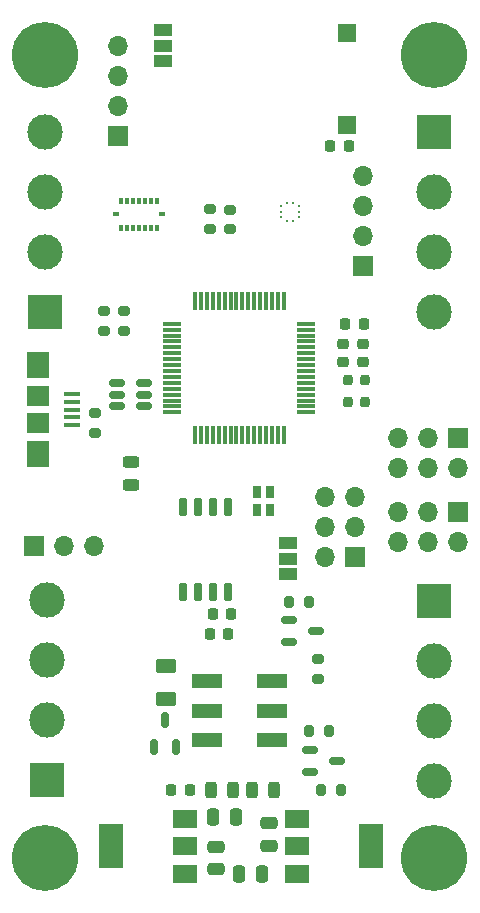
<source format=gbr>
%TF.GenerationSoftware,KiCad,Pcbnew,7.0.5*%
%TF.CreationDate,2023-08-09T18:59:09-07:00*%
%TF.ProjectId,lyra r1,6c797261-2072-4312-9e6b-696361645f70,rev?*%
%TF.SameCoordinates,Original*%
%TF.FileFunction,Soldermask,Top*%
%TF.FilePolarity,Negative*%
%FSLAX46Y46*%
G04 Gerber Fmt 4.6, Leading zero omitted, Abs format (unit mm)*
G04 Created by KiCad (PCBNEW 7.0.5) date 2023-08-09 18:59:09*
%MOMM*%
%LPD*%
G01*
G04 APERTURE LIST*
G04 Aperture macros list*
%AMRoundRect*
0 Rectangle with rounded corners*
0 $1 Rounding radius*
0 $2 $3 $4 $5 $6 $7 $8 $9 X,Y pos of 4 corners*
0 Add a 4 corners polygon primitive as box body*
4,1,4,$2,$3,$4,$5,$6,$7,$8,$9,$2,$3,0*
0 Add four circle primitives for the rounded corners*
1,1,$1+$1,$2,$3*
1,1,$1+$1,$4,$5*
1,1,$1+$1,$6,$7*
1,1,$1+$1,$8,$9*
0 Add four rect primitives between the rounded corners*
20,1,$1+$1,$2,$3,$4,$5,0*
20,1,$1+$1,$4,$5,$6,$7,0*
20,1,$1+$1,$6,$7,$8,$9,0*
20,1,$1+$1,$8,$9,$2,$3,0*%
G04 Aperture macros list end*
%ADD10RoundRect,0.200000X-0.275000X0.200000X-0.275000X-0.200000X0.275000X-0.200000X0.275000X0.200000X0*%
%ADD11C,5.600000*%
%ADD12RoundRect,0.218750X-0.218750X-0.256250X0.218750X-0.256250X0.218750X0.256250X-0.218750X0.256250X0*%
%ADD13RoundRect,0.150000X0.150000X-0.650000X0.150000X0.650000X-0.150000X0.650000X-0.150000X-0.650000X0*%
%ADD14R,1.500000X1.000000*%
%ADD15RoundRect,0.200000X0.275000X-0.200000X0.275000X0.200000X-0.275000X0.200000X-0.275000X-0.200000X0*%
%ADD16R,1.700000X1.700000*%
%ADD17O,1.700000X1.700000*%
%ADD18RoundRect,0.150000X-0.512500X-0.150000X0.512500X-0.150000X0.512500X0.150000X-0.512500X0.150000X0*%
%ADD19R,3.000000X3.000000*%
%ADD20C,3.000000*%
%ADD21RoundRect,0.250000X0.475000X-0.250000X0.475000X0.250000X-0.475000X0.250000X-0.475000X-0.250000X0*%
%ADD22RoundRect,0.075000X0.700000X0.075000X-0.700000X0.075000X-0.700000X-0.075000X0.700000X-0.075000X0*%
%ADD23RoundRect,0.075000X0.075000X0.700000X-0.075000X0.700000X-0.075000X-0.700000X0.075000X-0.700000X0*%
%ADD24RoundRect,0.225000X0.225000X0.250000X-0.225000X0.250000X-0.225000X-0.250000X0.225000X-0.250000X0*%
%ADD25R,2.000000X1.500000*%
%ADD26R,2.000000X3.800000*%
%ADD27RoundRect,0.225000X0.250000X-0.225000X0.250000X0.225000X-0.250000X0.225000X-0.250000X-0.225000X0*%
%ADD28RoundRect,0.200000X0.200000X0.275000X-0.200000X0.275000X-0.200000X-0.275000X0.200000X-0.275000X0*%
%ADD29R,2.500000X1.200000*%
%ADD30RoundRect,0.250000X-0.625000X0.375000X-0.625000X-0.375000X0.625000X-0.375000X0.625000X0.375000X0*%
%ADD31RoundRect,0.243750X-0.243750X-0.456250X0.243750X-0.456250X0.243750X0.456250X-0.243750X0.456250X0*%
%ADD32R,1.500000X1.500000*%
%ADD33R,1.400000X0.400000*%
%ADD34R,1.900000X2.300000*%
%ADD35R,1.900000X1.800000*%
%ADD36RoundRect,0.225000X-0.225000X-0.250000X0.225000X-0.250000X0.225000X0.250000X-0.225000X0.250000X0*%
%ADD37RoundRect,0.218750X0.218750X0.256250X-0.218750X0.256250X-0.218750X-0.256250X0.218750X-0.256250X0*%
%ADD38RoundRect,0.150000X0.150000X-0.512500X0.150000X0.512500X-0.150000X0.512500X-0.150000X-0.512500X0*%
%ADD39RoundRect,0.243750X0.243750X0.456250X-0.243750X0.456250X-0.243750X-0.456250X0.243750X-0.456250X0*%
%ADD40RoundRect,0.250000X-0.475000X0.250000X-0.475000X-0.250000X0.475000X-0.250000X0.475000X0.250000X0*%
%ADD41RoundRect,0.200000X0.200000X0.250000X-0.200000X0.250000X-0.200000X-0.250000X0.200000X-0.250000X0*%
%ADD42RoundRect,0.243750X0.456250X-0.243750X0.456250X0.243750X-0.456250X0.243750X-0.456250X-0.243750X0*%
%ADD43R,0.250000X0.275000*%
%ADD44R,0.275000X0.250000*%
%ADD45RoundRect,0.250000X-0.250000X-0.475000X0.250000X-0.475000X0.250000X0.475000X-0.250000X0.475000X0*%
%ADD46R,0.800000X1.000000*%
%ADD47R,0.350000X0.590000*%
%ADD48R,0.590000X0.350000*%
%ADD49RoundRect,0.250000X0.250000X0.475000X-0.250000X0.475000X-0.250000X-0.475000X0.250000X-0.475000X0*%
G04 APERTURE END LIST*
D10*
%TO.C,R16*%
X133750000Y-108425000D03*
X133750000Y-110075000D03*
%TD*%
D11*
%TO.C,H1*%
X128750000Y-86750000D03*
%TD*%
D12*
%TO.C,FB1*%
X139462500Y-149000000D03*
X141037500Y-149000000D03*
%TD*%
D13*
%TO.C,U6*%
X140462000Y-132251000D03*
X141732000Y-132251000D03*
X143002000Y-132251000D03*
X144272000Y-132251000D03*
X144272000Y-125051000D03*
X143002000Y-125051000D03*
X141732000Y-125051000D03*
X140462000Y-125051000D03*
%TD*%
D14*
%TO.C,JP1*%
X138750000Y-84650000D03*
X138750000Y-85950000D03*
X138750000Y-87250000D03*
%TD*%
D15*
%TO.C,R9*%
X151892000Y-139575000D03*
X151892000Y-137925000D03*
%TD*%
D16*
%TO.C,J6*%
X163790000Y-125460000D03*
D17*
X163790000Y-128000000D03*
X161250000Y-125460000D03*
X161250000Y-128000000D03*
X158710000Y-125460000D03*
X158710000Y-128000000D03*
%TD*%
D18*
%TO.C,Q3*%
X151225000Y-145550000D03*
X151225000Y-147450000D03*
X153500000Y-146500000D03*
%TD*%
D16*
%TO.C,J10*%
X127827800Y-128320800D03*
D17*
X130367800Y-128320800D03*
X132907800Y-128320800D03*
%TD*%
D19*
%TO.C,J12*%
X161750000Y-133010000D03*
D20*
X161750000Y-138090000D03*
X161750000Y-143170000D03*
X161750000Y-148250000D03*
%TD*%
D21*
%TO.C,C4*%
X147750000Y-153700000D03*
X147750000Y-151800000D03*
%TD*%
D22*
%TO.C,U7*%
X150925000Y-117000000D03*
X150925000Y-116500000D03*
X150925000Y-116000000D03*
X150925000Y-115500000D03*
X150925000Y-115000000D03*
X150925000Y-114500000D03*
X150925000Y-114000000D03*
X150925000Y-113500000D03*
X150925000Y-113000000D03*
X150925000Y-112500000D03*
X150925000Y-112000000D03*
X150925000Y-111500000D03*
X150925000Y-111000000D03*
X150925000Y-110500000D03*
X150925000Y-110000000D03*
X150925000Y-109500000D03*
D23*
X149000000Y-107575000D03*
X148500000Y-107575000D03*
X148000000Y-107575000D03*
X147500000Y-107575000D03*
X147000000Y-107575000D03*
X146500000Y-107575000D03*
X146000000Y-107575000D03*
X145500000Y-107575000D03*
X145000000Y-107575000D03*
X144500000Y-107575000D03*
X144000000Y-107575000D03*
X143500000Y-107575000D03*
X143000000Y-107575000D03*
X142500000Y-107575000D03*
X142000000Y-107575000D03*
X141500000Y-107575000D03*
D22*
X139575000Y-109500000D03*
X139575000Y-110000000D03*
X139575000Y-110500000D03*
X139575000Y-111000000D03*
X139575000Y-111500000D03*
X139575000Y-112000000D03*
X139575000Y-112500000D03*
X139575000Y-113000000D03*
X139575000Y-113500000D03*
X139575000Y-114000000D03*
X139575000Y-114500000D03*
X139575000Y-115000000D03*
X139575000Y-115500000D03*
X139575000Y-116000000D03*
X139575000Y-116500000D03*
X139575000Y-117000000D03*
D23*
X141500000Y-118925000D03*
X142000000Y-118925000D03*
X142500000Y-118925000D03*
X143000000Y-118925000D03*
X143500000Y-118925000D03*
X144000000Y-118925000D03*
X144500000Y-118925000D03*
X145000000Y-118925000D03*
X145500000Y-118925000D03*
X146000000Y-118925000D03*
X146500000Y-118925000D03*
X147000000Y-118925000D03*
X147500000Y-118925000D03*
X148000000Y-118925000D03*
X148500000Y-118925000D03*
X149000000Y-118925000D03*
%TD*%
D24*
%TO.C,C9*%
X144539000Y-134112000D03*
X142989000Y-134112000D03*
%TD*%
D19*
%TO.C,J11*%
X161750000Y-93250000D03*
D20*
X161750000Y-98330000D03*
X161750000Y-103410000D03*
X161750000Y-108490000D03*
%TD*%
D16*
%TO.C,J8*%
X155025000Y-129275000D03*
D17*
X152485000Y-129275000D03*
X155025000Y-126735000D03*
X152485000Y-126735000D03*
X155025000Y-124195000D03*
X152485000Y-124195000D03*
%TD*%
D19*
%TO.C,J5*%
X128750000Y-108490000D03*
D20*
X128750000Y-103410000D03*
X128750000Y-98330000D03*
X128750000Y-93250000D03*
%TD*%
D25*
%TO.C,U2*%
X150100000Y-151450000D03*
X150100000Y-153750000D03*
D26*
X156400000Y-153750000D03*
D25*
X150100000Y-156050000D03*
%TD*%
D27*
%TO.C,C19*%
X154000000Y-112775000D03*
X154000000Y-111225000D03*
%TD*%
D18*
%TO.C,Q2*%
X149433700Y-134584400D03*
X149433700Y-136484400D03*
X151708700Y-135534400D03*
%TD*%
D28*
%TO.C,R12*%
X153825000Y-149000000D03*
X152175000Y-149000000D03*
%TD*%
D29*
%TO.C,SW2*%
X148000000Y-144750000D03*
X148000000Y-142250000D03*
X148000000Y-139750000D03*
X142500000Y-139750000D03*
X142500000Y-142250000D03*
X142500000Y-144750000D03*
%TD*%
D16*
%TO.C,J4*%
X135000000Y-93620000D03*
D17*
X135000000Y-91080000D03*
X135000000Y-88540000D03*
X135000000Y-86000000D03*
%TD*%
D19*
%TO.C,J3*%
X129000000Y-148120000D03*
D20*
X129000000Y-143040000D03*
X129000000Y-137960000D03*
X129000000Y-132880000D03*
%TD*%
D28*
%TO.C,R8*%
X151142200Y-133045200D03*
X149492200Y-133045200D03*
%TD*%
D30*
%TO.C,F1*%
X139039600Y-138452400D03*
X139039600Y-141252400D03*
%TD*%
D31*
%TO.C,D1*%
X142875000Y-149000000D03*
X144750000Y-149000000D03*
%TD*%
D32*
%TO.C,SW1*%
X154330400Y-84898400D03*
X154330400Y-92698400D03*
%TD*%
D28*
%TO.C,R10*%
X152825000Y-144000000D03*
X151175000Y-144000000D03*
%TD*%
D14*
%TO.C,JP3*%
X149361900Y-130687600D03*
X149361900Y-129387600D03*
X149361900Y-128087600D03*
%TD*%
D16*
%TO.C,J2*%
X155750000Y-104620000D03*
D17*
X155750000Y-102080000D03*
X155750000Y-99540000D03*
X155750000Y-97000000D03*
%TD*%
D18*
%TO.C,U3*%
X134862500Y-114550000D03*
X134862500Y-115500000D03*
X134862500Y-116450000D03*
X137137500Y-116450000D03*
X137137500Y-115500000D03*
X137137500Y-114550000D03*
%TD*%
D33*
%TO.C,J1*%
X131064000Y-115468400D03*
X131064000Y-116118400D03*
X131064000Y-116768400D03*
X131064000Y-117418400D03*
X131064000Y-118068400D03*
D34*
X128214000Y-113018400D03*
D35*
X128214000Y-115618400D03*
X128214000Y-117918400D03*
D34*
X128214000Y-120518400D03*
%TD*%
D36*
%TO.C,C11*%
X152945800Y-94488000D03*
X154495800Y-94488000D03*
%TD*%
D37*
%TO.C,FB2*%
X155787500Y-109500000D03*
X154212500Y-109500000D03*
%TD*%
D11*
%TO.C,H4*%
X161750000Y-154750000D03*
%TD*%
D10*
%TO.C,R15*%
X144449800Y-99856800D03*
X144449800Y-101506800D03*
%TD*%
D38*
%TO.C,Q1*%
X137988000Y-145358700D03*
X139888000Y-145358700D03*
X138938000Y-143083700D03*
%TD*%
D39*
%TO.C,D4*%
X148187500Y-149000000D03*
X146312500Y-149000000D03*
%TD*%
D10*
%TO.C,R17*%
X142798800Y-99809800D03*
X142798800Y-101459800D03*
%TD*%
D15*
%TO.C,R2*%
X133000000Y-118731800D03*
X133000000Y-117081800D03*
%TD*%
D40*
%TO.C,C3*%
X143250000Y-153800000D03*
X143250000Y-155700000D03*
%TD*%
D24*
%TO.C,C12*%
X144285000Y-135763000D03*
X142735000Y-135763000D03*
%TD*%
D41*
%TO.C,X1*%
X155919000Y-116114000D03*
X155919000Y-114264000D03*
X154469000Y-114264000D03*
X154469000Y-116114000D03*
%TD*%
D42*
%TO.C,D3*%
X136042400Y-123111500D03*
X136042400Y-121236500D03*
%TD*%
D11*
%TO.C,H2*%
X161750000Y-86750000D03*
%TD*%
D15*
%TO.C,R18*%
X135510000Y-110075000D03*
X135510000Y-108425000D03*
%TD*%
D43*
%TO.C,U5*%
X149750000Y-99237500D03*
X149250000Y-99237500D03*
D44*
X148737500Y-99500000D03*
X148737500Y-100000000D03*
X148737500Y-100500000D03*
D43*
X149250000Y-100762500D03*
X149750000Y-100762500D03*
D44*
X150262500Y-100500000D03*
X150262500Y-100000000D03*
X150262500Y-99500000D03*
%TD*%
D16*
%TO.C,J7*%
X163775000Y-119210000D03*
D17*
X163775000Y-121750000D03*
X161235000Y-119210000D03*
X161235000Y-121750000D03*
X158695000Y-119210000D03*
X158695000Y-121750000D03*
%TD*%
D45*
%TO.C,C1*%
X143050000Y-151250000D03*
X144950000Y-151250000D03*
%TD*%
D27*
%TO.C,C18*%
X155750000Y-112775000D03*
X155750000Y-111225000D03*
%TD*%
D46*
%TO.C,D5*%
X147800000Y-123750000D03*
X147800000Y-125250000D03*
X146700000Y-125250000D03*
X146700000Y-123750000D03*
%TD*%
D11*
%TO.C,H3*%
X128750000Y-154750000D03*
%TD*%
D25*
%TO.C,U1*%
X140650000Y-156050000D03*
X140650000Y-153750000D03*
D26*
X134350000Y-153750000D03*
D25*
X140650000Y-151450000D03*
%TD*%
D47*
%TO.C,U4*%
X135250000Y-99085000D03*
X135750000Y-99085000D03*
X136250000Y-99085000D03*
X136750000Y-99085000D03*
X137250000Y-99085000D03*
X137750000Y-99085000D03*
X138250000Y-99085000D03*
D48*
X138665000Y-100250000D03*
D47*
X138250000Y-101415000D03*
X137750000Y-101415000D03*
X137250000Y-101415000D03*
X136750000Y-101415000D03*
X136250000Y-101415000D03*
X135750000Y-101415000D03*
X135250000Y-101415000D03*
D48*
X134835000Y-100250000D03*
%TD*%
D49*
%TO.C,C2*%
X147127000Y-156083000D03*
X145227000Y-156083000D03*
%TD*%
M02*

</source>
